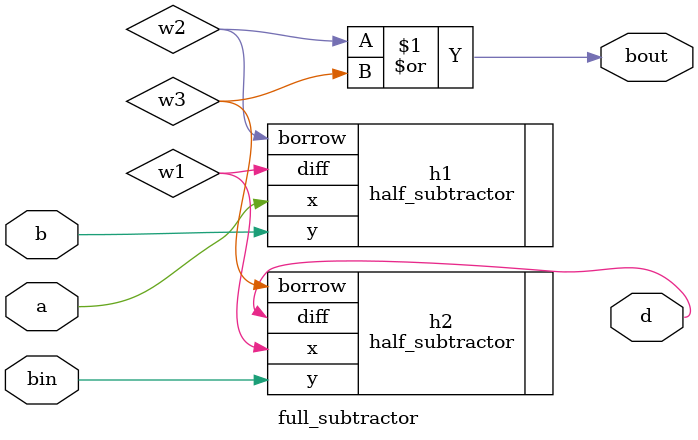
<source format=v>
module full_subtractor(a,b,bin,d,bout);

input a,b,bin;
output d,bout ;
wire w1,w2,w3;

//half subtractor instantiation 
half_subtractor h1(.x(a),.y(b),.diff(w1),.borrow(w2));

half_subtractor h2(.x(w1),.y(bin),.diff(d),.borrow(w3));

or OR(bout,w2,w3);

endmodule

</source>
